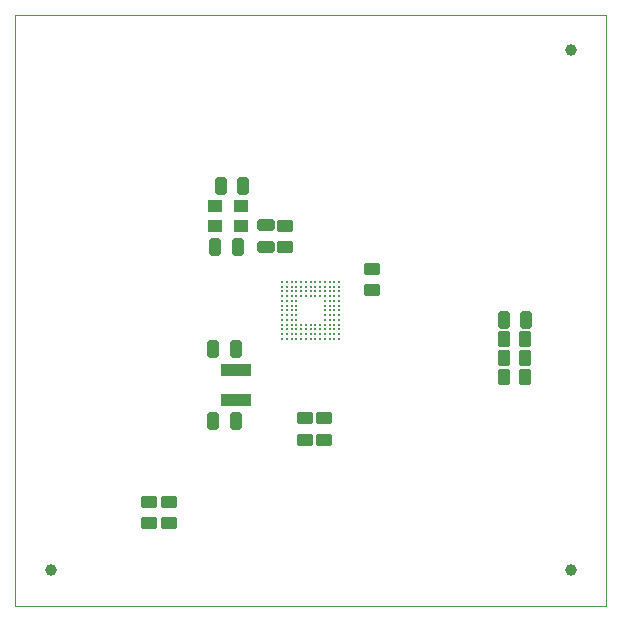
<source format=gtp>
G04*
G04 #@! TF.GenerationSoftware,Altium Limited,Altium Designer,22.3.1 (43)*
G04*
G04 Layer_Color=8421504*
%FSLAX25Y25*%
%MOIN*%
G70*
G04*
G04 #@! TF.SameCoordinates,697392F4-E1DC-46BD-99ED-7115868F3DC7*
G04*
G04*
G04 #@! TF.FilePolarity,Positive*
G04*
G01*
G75*
%ADD12C,0.00394*%
G04:AMPARAMS|DCode=23|XSize=40.35mil|YSize=55.12mil|CornerRadius=4.84mil|HoleSize=0mil|Usage=FLASHONLY|Rotation=90.000|XOffset=0mil|YOffset=0mil|HoleType=Round|Shape=RoundedRectangle|*
%AMROUNDEDRECTD23*
21,1,0.04035,0.04543,0,0,90.0*
21,1,0.03067,0.05512,0,0,90.0*
1,1,0.00969,0.02272,0.01534*
1,1,0.00969,0.02272,-0.01534*
1,1,0.00969,-0.02272,-0.01534*
1,1,0.00969,-0.02272,0.01534*
%
%ADD23ROUNDEDRECTD23*%
%ADD24C,0.00902*%
%ADD25R,0.04724X0.03937*%
%ADD26R,0.09843X0.03937*%
%ADD27C,0.03937*%
G04:AMPARAMS|DCode=28|XSize=40.35mil|YSize=55.12mil|CornerRadius=4.84mil|HoleSize=0mil|Usage=FLASHONLY|Rotation=0.000|XOffset=0mil|YOffset=0mil|HoleType=Round|Shape=RoundedRectangle|*
%AMROUNDEDRECTD28*
21,1,0.04035,0.04543,0,0,0.0*
21,1,0.03067,0.05512,0,0,0.0*
1,1,0.00969,0.01534,-0.02272*
1,1,0.00969,-0.01534,-0.02272*
1,1,0.00969,-0.01534,0.02272*
1,1,0.00969,0.01534,0.02272*
%
%ADD28ROUNDEDRECTD28*%
G04:AMPARAMS|DCode=29|XSize=39.37mil|YSize=57.09mil|CornerRadius=4.92mil|HoleSize=0mil|Usage=FLASHONLY|Rotation=180.000|XOffset=0mil|YOffset=0mil|HoleType=Round|Shape=RoundedRectangle|*
%AMROUNDEDRECTD29*
21,1,0.03937,0.04724,0,0,180.0*
21,1,0.02953,0.05709,0,0,180.0*
1,1,0.00984,-0.01476,0.02362*
1,1,0.00984,0.01476,0.02362*
1,1,0.00984,0.01476,-0.02362*
1,1,0.00984,-0.01476,-0.02362*
%
%ADD29ROUNDEDRECTD29*%
G04:AMPARAMS|DCode=30|XSize=39.37mil|YSize=57.09mil|CornerRadius=4.92mil|HoleSize=0mil|Usage=FLASHONLY|Rotation=270.000|XOffset=0mil|YOffset=0mil|HoleType=Round|Shape=RoundedRectangle|*
%AMROUNDEDRECTD30*
21,1,0.03937,0.04724,0,0,270.0*
21,1,0.02953,0.05709,0,0,270.0*
1,1,0.00984,-0.02362,-0.01476*
1,1,0.00984,-0.02362,0.01476*
1,1,0.00984,0.02362,0.01476*
1,1,0.00984,0.02362,-0.01476*
%
%ADD30ROUNDEDRECTD30*%
D12*
X-98425Y98425D02*
X98425D01*
Y-98425D02*
Y98425D01*
X-98425Y-98425D02*
X98425D01*
X-98425D02*
Y98425D01*
D23*
X-47244Y-71000D02*
D03*
Y-63815D02*
D03*
X-54000Y-71000D02*
D03*
Y-63815D02*
D03*
X-2000Y-35908D02*
D03*
Y-43093D02*
D03*
X20500Y13840D02*
D03*
Y6656D02*
D03*
X-8500Y28211D02*
D03*
Y21026D02*
D03*
X4500Y-35908D02*
D03*
Y-43093D02*
D03*
D24*
X-7874Y6299D02*
D03*
X-9449Y9449D02*
D03*
X-7874D02*
D03*
X-6299D02*
D03*
X-4724D02*
D03*
X-3150D02*
D03*
X-1575D02*
D03*
X0D02*
D03*
X1575D02*
D03*
X3150D02*
D03*
X4724D02*
D03*
X6299D02*
D03*
X7874D02*
D03*
X9449D02*
D03*
X-9449Y7874D02*
D03*
X-7874D02*
D03*
X-6299D02*
D03*
X-4724D02*
D03*
X-3150D02*
D03*
X-1575D02*
D03*
X0D02*
D03*
X1575D02*
D03*
X3150D02*
D03*
X4724D02*
D03*
X6299D02*
D03*
X7874D02*
D03*
X9449D02*
D03*
X-9449Y6299D02*
D03*
X-6299D02*
D03*
X-4724D02*
D03*
X-3150D02*
D03*
X-1575D02*
D03*
X0D02*
D03*
X1575D02*
D03*
X3150D02*
D03*
X4724D02*
D03*
X6299D02*
D03*
X7874D02*
D03*
X9449D02*
D03*
X-9449Y4724D02*
D03*
X-7874D02*
D03*
X-6299D02*
D03*
X-4724D02*
D03*
X-3150D02*
D03*
X-1575D02*
D03*
X0D02*
D03*
X1575D02*
D03*
X3150D02*
D03*
X4724D02*
D03*
X6299D02*
D03*
X7874D02*
D03*
X9449D02*
D03*
X-9449Y3150D02*
D03*
X-7874D02*
D03*
X-6299D02*
D03*
X-4724D02*
D03*
X4724D02*
D03*
X6299D02*
D03*
X7874D02*
D03*
X9449D02*
D03*
X-9449Y1575D02*
D03*
X-7874D02*
D03*
X-6299D02*
D03*
X-4724D02*
D03*
X4724D02*
D03*
X6299D02*
D03*
X7874D02*
D03*
X9449D02*
D03*
X-9449Y0D02*
D03*
X-7874D02*
D03*
X-6299D02*
D03*
X-4724D02*
D03*
X4724D02*
D03*
X6299D02*
D03*
X7874D02*
D03*
X9449D02*
D03*
X-9449Y-1575D02*
D03*
X-7874D02*
D03*
X-6299D02*
D03*
X-4724D02*
D03*
X4724D02*
D03*
X6299D02*
D03*
X7874D02*
D03*
X9449D02*
D03*
X-9449Y-3150D02*
D03*
X-7874D02*
D03*
X-6299D02*
D03*
X-4724D02*
D03*
X4724D02*
D03*
X6299D02*
D03*
X7874D02*
D03*
X9449D02*
D03*
X-9449Y-4724D02*
D03*
X-7874D02*
D03*
X-6299D02*
D03*
X-4724D02*
D03*
X-3150D02*
D03*
X-1575D02*
D03*
X0D02*
D03*
X1575D02*
D03*
X3150D02*
D03*
X4724D02*
D03*
X6299D02*
D03*
X7874D02*
D03*
X9449D02*
D03*
X-9449Y-6299D02*
D03*
X-7874D02*
D03*
X-6299D02*
D03*
X-4724D02*
D03*
X-3150D02*
D03*
X-1575D02*
D03*
X0D02*
D03*
X1575D02*
D03*
X3150D02*
D03*
X4724D02*
D03*
X6299D02*
D03*
X7874D02*
D03*
X9449D02*
D03*
X-9449Y-7874D02*
D03*
X-7874D02*
D03*
X-6299D02*
D03*
X-4724D02*
D03*
X-3150D02*
D03*
X-1575D02*
D03*
X0D02*
D03*
X1575D02*
D03*
X3150D02*
D03*
X4724D02*
D03*
X6299D02*
D03*
X7874D02*
D03*
X9449D02*
D03*
X-9449Y-9449D02*
D03*
X-7874D02*
D03*
X-6299D02*
D03*
X-4724D02*
D03*
X-3150D02*
D03*
X-1575D02*
D03*
X0D02*
D03*
X1575D02*
D03*
X3150D02*
D03*
X4724D02*
D03*
X6299D02*
D03*
X7874D02*
D03*
X9449D02*
D03*
D25*
X-23169Y28154D02*
D03*
X-31831Y34847D02*
D03*
X-23169D02*
D03*
X-31831Y28154D02*
D03*
D26*
X-25000Y-30000D02*
D03*
Y-20000D02*
D03*
D27*
X86614Y-86614D02*
D03*
X-86614D02*
D03*
X86614Y86614D02*
D03*
D28*
X64407Y-22374D02*
D03*
X71593D02*
D03*
X71592Y-9500D02*
D03*
X64407D02*
D03*
X64407Y-16000D02*
D03*
X71593D02*
D03*
D29*
X-24350Y21000D02*
D03*
X-31831D02*
D03*
X64407Y-3126D02*
D03*
X71888D02*
D03*
X-29961Y41500D02*
D03*
X-22480D02*
D03*
X-32480Y-13000D02*
D03*
X-25000D02*
D03*
X-32480Y-37000D02*
D03*
X-25000D02*
D03*
D30*
X-15000Y28506D02*
D03*
Y21026D02*
D03*
M02*

</source>
